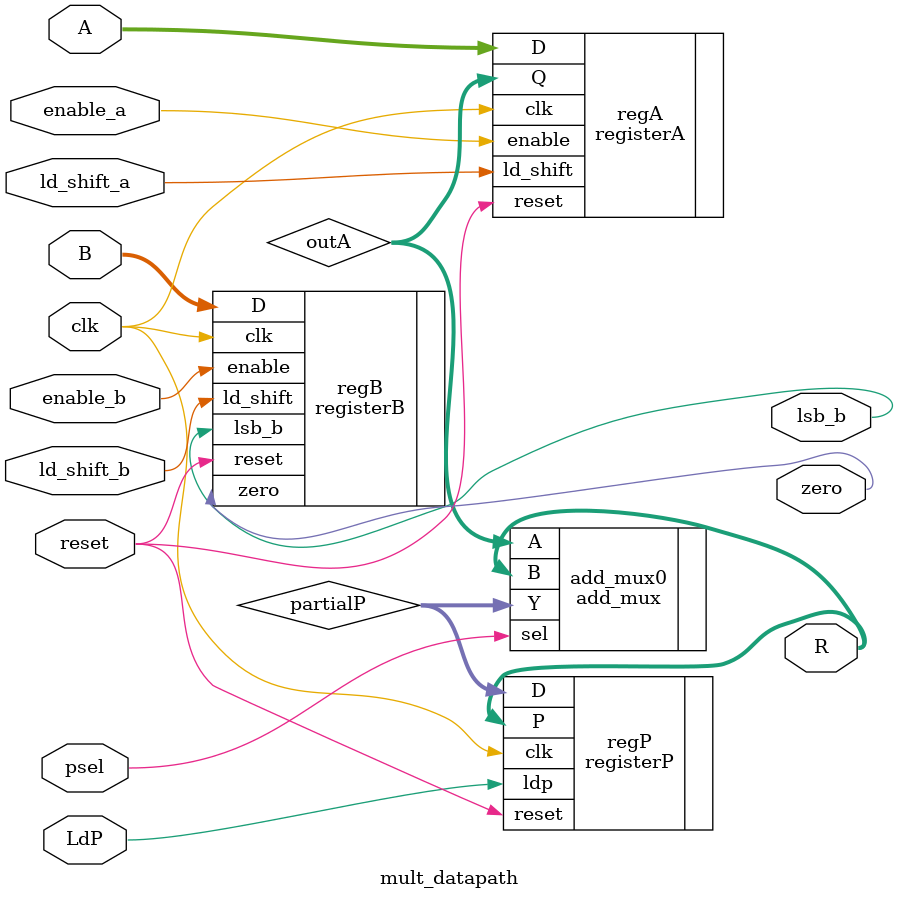
<source format=v>
`timescale 1ns / 1ps

module mult_datapath #(parameter N = 4)(
	input clk,
	input reset,
	input enable_a,
	input ld_shift_a,
	input enable_b,
	input ld_shift_b,
	input LdP,
	input psel,
	input [N-1:0] A,
	input [N-1:0] B,
	output [2*N-1:0] R,
	output zero,
	output lsb_b
	);

	wire [2*N-1:0] outA;
	wire [2*N-1:0] partialP;
	
	registerA regA(.reset(reset), .enable(enable_a), .ld_shift(ld_shift_a), .clk(clk), .D(A), .Q(outA));
	registerB regB(.reset(reset), .enable(enable_b), .ld_shift(ld_shift_b), .clk(clk), .D(B), .zero(zero), .lsb_b(lsb_b));
	add_mux add_mux0 (.A(outA), .B(R), .sel(psel), .Y(partialP));
	registerP regP(.reset(reset), .clk(clk), .ldp(LdP), .D(partialP), .P(R));
endmodule

</source>
